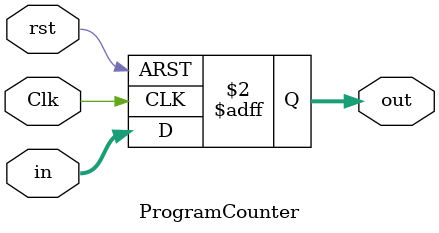
<source format=v>
module ProgramCounter(Clk, rst, in, out);
    input Clk, rst;
    input [31:0] in;
    output reg [31:0] out;
       
    always @(posedge Clk, posedge rst) begin
           if(rst)
                out <= 0;
           else
                out <= in;
    end
endmodule
</source>
